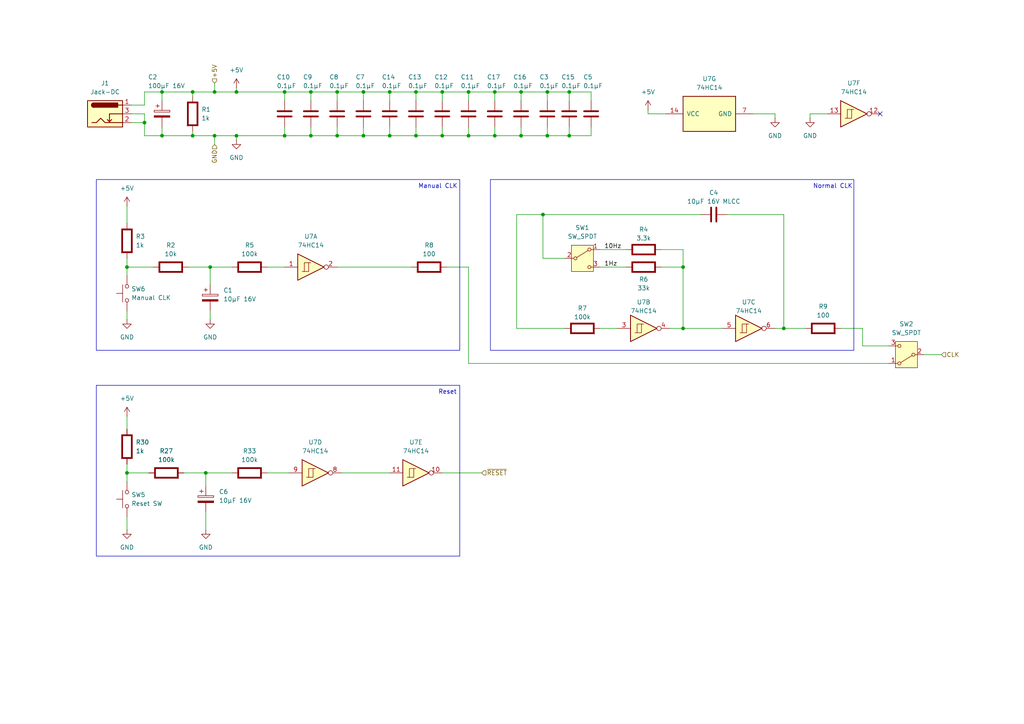
<source format=kicad_sch>
(kicad_sch (version 20231120) (generator "eeschema") (generator_version "8.0")
  (paper "A4")
  (title_block (title "TD4 PWR, CLK, RESET Diagram") (date "2024-08-14") (rev "3") (company "nikatech"))
  (lib_symbols
    (symbol "74xx:74HC14" (pin_names (offset 1.016))
      (property "Reference" "U" (at 0 1.27 0))
      (property "Value" "74HC14" (at 0 -1.27 0))
      (symbol "74HC14_1_0"
        (polyline (pts (xy -3.81 3.81) (xy -3.81 -3.81) (xy 3.81 0) (xy -3.81 3.81)) (stroke (width 0.254)) (fill (type background)))
        (pin input line (at -7.62 0 0) (length 3.81) (name "~") (number "1"))
        (pin output inverted (at 7.62 0 180) (length 3.81) (name "~") (number "2"))
      )
      (symbol "74HC14_1_1"
        (polyline (pts (xy -1.905 -1.27) (xy -1.905 1.27) (xy -0.635 1.27)))
        (polyline (pts (xy -2.54 -1.27) (xy -0.635 -1.27) (xy -0.635 1.27) (xy 0 1.27)))
      )
      (symbol "74HC14_2_0"
        (polyline (pts (xy -3.81 3.81) (xy -3.81 -3.81) (xy 3.81 0) (xy -3.81 3.81)) (stroke (width 0.254)) (fill (type background)))
        (pin input line (at -7.62 0 0) (length 3.81) (name "~") (number "3"))
        (pin output inverted (at 7.62 0 180) (length 3.81) (name "~") (number "4"))
      )
      (symbol "74HC14_2_1"
        (polyline (pts (xy -1.905 -1.27) (xy -1.905 1.27) (xy -0.635 1.27)))
        (polyline (pts (xy -2.54 -1.27) (xy -0.635 -1.27) (xy -0.635 1.27) (xy 0 1.27)))
      )
      (symbol "74HC14_3_0"
        (polyline (pts (xy -3.81 3.81) (xy -3.81 -3.81) (xy 3.81 0) (xy -3.81 3.81)) (stroke (width 0.254)) (fill (type background)))
        (pin input line (at -7.62 0 0) (length 3.81) (name "~") (number "5"))
        (pin output inverted (at 7.62 0 180) (length 3.81) (name "~") (number "6"))
      )
      (symbol "74HC14_3_1"
        (polyline (pts (xy -1.905 -1.27) (xy -1.905 1.27) (xy -0.635 1.27)))
        (polyline (pts (xy -2.54 -1.27) (xy -0.635 -1.27) (xy -0.635 1.27) (xy 0 1.27)))
      )
      (symbol "74HC14_4_0"
        (polyline (pts (xy -3.81 3.81) (xy -3.81 -3.81) (xy 3.81 0) (xy -3.81 3.81)) (stroke (width 0.254)) (fill (type background)))
        (pin output inverted (at 7.62 0 180) (length 3.81) (name "~") (number "8"))
        (pin input line (at -7.62 0 0) (length 3.81) (name "~") (number "9"))
      )
      (symbol "74HC14_4_1"
        (polyline (pts (xy -1.905 -1.27) (xy -1.905 1.27) (xy -0.635 1.27)))
        (polyline (pts (xy -2.54 -1.27) (xy -0.635 -1.27) (xy -0.635 1.27) (xy 0 1.27)))
      )
      (symbol "74HC14_5_0"
        (polyline (pts (xy -3.81 3.81) (xy -3.81 -3.81) (xy 3.81 0) (xy -3.81 3.81)) (stroke (width 0.254)) (fill (type background)))
        (pin output inverted (at 7.62 0 180) (length 3.81) (name "~") (number "10"))
        (pin input line (at -7.62 0 0) (length 3.81) (name "~") (number "11"))
      )
      (symbol "74HC14_5_1"
        (polyline (pts (xy -1.905 -1.27) (xy -1.905 1.27) (xy -0.635 1.27)))
        (polyline (pts (xy -2.54 -1.27) (xy -0.635 -1.27) (xy -0.635 1.27) (xy 0 1.27)))
      )
      (symbol "74HC14_6_0"
        (polyline (pts (xy -3.81 3.81) (xy -3.81 -3.81) (xy 3.81 0) (xy -3.81 3.81)) (stroke (width 0.254)) (fill (type background)))
        (pin output inverted (at 7.62 0 180) (length 3.81) (name "~") (number "12"))
        (pin input line (at -7.62 0 0) (length 3.81) (name "~") (number "13"))
      )
      (symbol "74HC14_6_1"
        (polyline (pts (xy -1.905 -1.27) (xy -1.905 1.27) (xy -0.635 1.27)))
        (polyline (pts (xy -2.54 -1.27) (xy -0.635 -1.27) (xy -0.635 1.27) (xy 0 1.27)))
      )
      (symbol "74HC14_7_0"
        (pin power_in line (at 0 12.7 270) (length 5.08) (name "VCC") (number "14"))
        (pin power_in line (at 0 -12.7 90) (length 5.08) (name "GND") (number "7"))
      )
      (symbol "74HC14_7_1"
        (rectangle (start -5.08 7.62) (end 5.08 -7.62) (stroke (width 0.254)) (fill (type background)))
      )
    )
    (symbol "Connector:Barrel_Jack_Switch" (pin_names hide)
      (property "Reference" "J" (at 0 5.334 0))
      (property "Value" "Barrel_Jack_Switch" (at 0 -5.08 0))
      (symbol "Barrel_Jack_Switch_0_1"
        (rectangle (start -5.08 3.81) (end 5.08 -3.81) (stroke (width 0.254)) (fill (type background)))
        (arc (start -3.302 3.175) (mid -3.9343 2.54) (end -3.302 1.905) (stroke (width 0.254)))
        (arc (start -3.302 3.175) (mid -3.9343 2.54) (end -3.302 1.905) (stroke (width 0.254)) (fill (type outline)))
        (polyline (pts (xy 1.27 -2.286) (xy 1.905 -1.651)) (stroke (width 0.254)))
        (polyline (pts (xy 5.08 2.54) (xy 3.81 2.54)) (stroke (width 0.254)))
        (polyline (pts (xy 5.08 0) (xy 1.27 0) (xy 1.27 -2.286) (xy 0.635 -1.651)) (stroke (width 0.254)))
        (polyline (pts (xy -3.81 -2.54) (xy -2.54 -2.54) (xy -1.27 -1.27) (xy 0 -2.54) (xy 2.54 -2.54) (xy 5.08 -2.54)) (stroke (width 0.254)))
        (rectangle (start 3.683 3.175) (end -3.302 1.905) (stroke (width 0.254)) (fill (type outline)))
      )
      (symbol "Barrel_Jack_Switch_1_1"
        (pin passive line (at 7.62 2.54 180) (length 2.54) (name "~") (number "1"))
        (pin passive line (at 7.62 -2.54 180) (length 2.54) (name "~") (number "2"))
        (pin passive line (at 7.62 0 180) (length 2.54) (name "~") (number "3"))
      )
    )
    (symbol "Device:C" (pin_numbers hide) (pin_names (offset 0.254))
      (property "Reference" "C" (at 0.635 2.54 0))
      (property "Value" "C" (at 0.635 -2.54 0))
      (symbol "C_0_1"
        (polyline (pts (xy -2.032 -0.762) (xy 2.032 -0.762)) (stroke (width 0.508)))
        (polyline (pts (xy -2.032 0.762) (xy 2.032 0.762)) (stroke (width 0.508)))
      )
      (symbol "C_1_1"
        (pin passive line (at 0 3.81 270) (length 2.794) (name "~") (number "1"))
        (pin passive line (at 0 -3.81 90) (length 2.794) (name "~") (number "2"))
      )
    )
    (symbol "Device:C_Polarized" (pin_numbers hide) (pin_names (offset 0.254))
      (property "Reference" "C" (at 0.635 2.54 0))
      (property "Value" "C_Polarized" (at 0.635 -2.54 0))
      (symbol "C_Polarized_0_1"
        (rectangle (start -2.286 0.508) (end 2.286 1.016))
        (polyline (pts (xy -1.778 2.286) (xy -0.762 2.286)))
        (polyline (pts (xy -1.27 2.794) (xy -1.27 1.778)))
        (rectangle (start 2.286 -0.508) (end -2.286 -1.016) (fill (type outline)))
      )
      (symbol "C_Polarized_1_1"
        (pin passive line (at 0 3.81 270) (length 2.794) (name "~") (number "1"))
        (pin passive line (at 0 -3.81 90) (length 2.794) (name "~") (number "2"))
      )
    )
    (symbol "PCM_Elektuur:R" (pin_numbers hide) (pin_names (offset 0) hide)
      (property "Reference" "R" (at 2.54 3.175 0))
      (property "Value" "R" (at 0 0 90))
      (symbol "R_1_1"
        (polyline (pts (xy -1.524 -3.429) (xy 1.524 -3.429) (xy 1.524 3.429) (xy -1.524 3.429) (xy -1.524 -3.429) (xy -1.27 -3.175) (xy -1.27 3.175) (xy 1.27 3.175) (xy 1.27 -3.175) (xy -1.27 -3.175) (xy -1.524 -3.429)) (stroke (width 0.254)) (fill (type outline)))
        (pin passive line (at 0 5.08 270) (length 1.651) (name "+") (number "1"))
        (pin passive line (at 0 -5.08 90) (length 1.651) (name "-") (number "2"))
      )
      (symbol "R_1_2"
        (polyline (pts (xy -0.508 -3.429) (xy 1.524 -3.429) (xy 1.524 3.429) (xy -0.508 3.429) (xy -0.508 3.175) (xy 1.27 3.175) (xy 1.27 -3.175) (xy -0.508 -3.175) (xy -0.508 -3.429)) (stroke (width 0.254)) (fill (type outline)))
        (pin passive line (at 0 5.08 270) (length 1.651) (name "+") (number "1"))
        (pin passive line (at 0 -5.08 90) (length 1.651) (name "-") (number "2"))
      )
      (symbol "R_1_3"
        (polyline (pts (xy 0 3.4798) (xy 0 3.2004) (xy 0.7112 2.794) (xy -1.1938 1.6764) (xy 0.7112 0.5588) (xy -1.1938 -0.5588) (xy 0.7112 -1.6764) (xy -1.1938 -2.794) (xy 0 -3.4798) (xy 0 -3.2004) (xy -0.7112 -2.794) (xy 1.1938 -1.6764) (xy -0.7112 -0.5588) (xy 1.1938 0.5588) (xy -0.7112 1.6764) (xy 1.1938 2.794) (xy 0 3.4798)) (stroke (width 0.254)) (fill (type outline)))
        (pin passive line (at 0 5.08 270) (length 1.6002) (name "+") (number "1"))
        (pin passive line (at 0 -5.08 90) (length 1.6002) (name "-") (number "2"))
      )
      (symbol "R_1_4"
        (polyline (pts (xy 0 4.5466) (xy 0 4.2672) (xy 0.0508 4.2418) (xy 1.016 3.683) (xy -1.524 2.2098) (xy 1.016 0.7366) (xy -1.524 -0.7366) (xy 1.016 -2.2098) (xy -1.524 -3.683) (xy -0.0762 -4.5212) (xy 0 -4.5466) (xy 0 -4.2672) (xy -0.0508 -4.2418) (xy -1.016 -3.683) (xy 1.524 -2.2098) (xy -1.016 -0.7366) (xy 1.524 0.7366) (xy -1.016 2.2098) (xy 1.524 3.683) (xy 0.0762 4.5212) (xy 0 4.5466)) (stroke (width 0.254)) (fill (type outline)))
        (pin passive line (at 0 5.08 270) (length 0.5334) (name "+") (number "1"))
        (pin passive line (at 0 -5.08 90) (length 0.5334) (name "-") (number "2"))
      )
    )
    (symbol "Switch:SW_Push" (pin_numbers hide) (pin_names (offset 1.016) hide)
      (property "Reference" "SW" (at 1.27 2.54 0))
      (property "Value" "SW_Push" (at 0 -1.524 0))
      (symbol "SW_Push_0_1"
        (circle (center -2.032 0) (radius 0.508))
        (polyline (pts (xy 0 1.27) (xy 0 3.048)))
        (polyline (pts (xy 2.54 1.27) (xy -2.54 1.27)))
        (circle (center 2.032 0) (radius 0.508))
        (pin passive line (at -5.08 0 0) (length 2.54) (name "1") (number "1"))
        (pin passive line (at 5.08 0 180) (length 2.54) (name "2") (number "2"))
      )
    )
    (symbol "Switch:SW_SPDT" (pin_names (offset 0) hide)
      (property "Reference" "SW" (at 0 5.08 0))
      (property "Value" "SW_SPDT" (at 0 -5.08 0))
      (symbol "SW_SPDT_0_1"
        (circle (center -2.032 0) (radius 0.4572))
        (polyline (pts (xy -1.651 0.254) (xy 1.651 2.286)))
        (circle (center 2.032 -2.54) (radius 0.4572))
        (circle (center 2.032 2.54) (radius 0.4572))
      )
      (symbol "SW_SPDT_1_1"
        (rectangle (start -3.175 3.81) (end 3.175 -3.81) (fill (type background)))
        (pin passive line (at 5.08 2.54 180) (length 2.54) (name "A") (number "1"))
        (pin passive line (at -5.08 0 0) (length 2.54) (name "B") (number "2"))
        (pin passive line (at 5.08 -2.54 180) (length 2.54) (name "C") (number "3"))
      )
    )
    (symbol "power:+5V" (power) (pin_numbers hide) (pin_names (offset 0) hide)
      (property "Value" "+5V" (at 0 3.556 0))
      (symbol "+5V_0_1"
        (polyline (pts (xy -0.762 1.27) (xy 0 2.54)))
        (polyline (pts (xy 0 0) (xy 0 2.54)))
        (polyline (pts (xy 0 2.54) (xy 0.762 1.27)))
      )
      (symbol "+5V_1_1"
        (pin power_in line (at 0 0 90) (length 0) (name "~") (number "1"))
      )
    )
    (symbol "power:GND" (power) (pin_numbers hide) (pin_names (offset 0) hide)
      (property "Value" "GND" (at 0 -3.81 0))
      (symbol "GND_0_1"
        (polyline (pts (xy 0 0) (xy 0 -1.27) (xy 1.27 -1.27) (xy 0 -2.54) (xy -1.27 -1.27) (xy 0 -1.27)))
      )
      (symbol "GND_1_1"
        (pin power_in line (at 0 0 270) (length 0) (name "~") (number "1"))
      )
    )
  )
  (junction (at 82.55 39.37))
  (junction (at 90.17 39.37))
  (junction (at 105.41 26.67))
  (junction (at 105.41 39.37))
  (junction (at 143.51 26.67))
  (junction (at 113.03 39.37))
  (junction (at 198.12 95.25))
  (junction (at 120.65 26.67))
  (junction (at 97.79 39.37))
  (junction (at 36.83 77.47))
  (junction (at 151.13 26.67))
  (junction (at 157.48 62.23))
  (junction (at 41.91 35.56))
  (junction (at 128.27 26.67))
  (junction (at 165.1 39.37))
  (junction (at 62.23 39.37))
  (junction (at 120.65 39.37))
  (junction (at 198.12 77.47))
  (junction (at 135.89 39.37))
  (junction (at 97.79 26.67))
  (junction (at 46.99 26.67))
  (junction (at 62.23 26.67))
  (junction (at 158.75 26.67))
  (junction (at 55.88 39.37))
  (junction (at 68.58 26.67))
  (junction (at 60.96 77.47))
  (junction (at 36.83 137.16))
  (junction (at 68.58 39.37))
  (junction (at 113.03 26.67))
  (junction (at 165.1 26.67))
  (junction (at 90.17 26.67))
  (junction (at 59.69 137.16))
  (junction (at 143.51 39.37))
  (junction (at 158.75 39.37))
  (junction (at 227.33 95.25))
  (junction (at 82.55 26.67))
  (junction (at 128.27 39.37))
  (junction (at 151.13 39.37))
  (junction (at 55.88 26.67))
  (junction (at 135.89 26.67))
  (junction (at 46.99 39.37))
  (no_connect (at 255.27 33.02))
  (wire (pts (xy 165.1 29.21) (xy 165.1 26.67)))
  (wire (pts (xy 129.54 77.47) (xy 135.89 77.47)))
  (wire (pts (xy 194.31 95.25) (xy 198.12 95.25)))
  (wire (pts (xy 41.91 26.67) (xy 46.99 26.67)))
  (wire (pts (xy 243.84 95.25) (xy 250.19 95.25)))
  (wire (pts (xy 240.03 33.02) (xy 234.95 33.02)))
  (wire (pts (xy 128.27 39.37) (xy 135.89 39.37)))
  (wire (pts (xy 62.23 26.67) (xy 68.58 26.67)))
  (wire (pts (xy 59.69 148.59) (xy 59.69 153.67)))
  (wire (pts (xy 36.83 77.47) (xy 44.45 77.47)))
  (wire (pts (xy 46.99 26.67) (xy 46.99 29.21)))
  (wire (pts (xy 158.75 36.83) (xy 158.75 39.37)))
  (wire (pts (xy 55.88 27.94) (xy 55.88 26.67)))
  (wire (pts (xy 158.75 29.21) (xy 158.75 26.67)))
  (wire (pts (xy 105.41 39.37) (xy 113.03 39.37)))
  (wire (pts (xy 120.65 36.83) (xy 120.65 39.37)))
  (wire (pts (xy 36.83 137.16) (xy 36.83 139.7)))
  (wire (pts (xy 36.83 134.62) (xy 36.83 137.16)))
  (wire (pts (xy 97.79 39.37) (xy 105.41 39.37)))
  (wire (pts (xy 149.86 95.25) (xy 163.83 95.25)))
  (wire (pts (xy 151.13 29.21) (xy 151.13 26.67)))
  (wire (pts (xy 135.89 105.41) (xy 257.81 105.41)))
  (wire (pts (xy 234.95 33.02) (xy 234.95 34.29)))
  (wire (pts (xy 41.91 39.37) (xy 46.99 39.37)))
  (wire (pts (xy 267.97 102.87) (xy 273.05 102.87)))
  (wire (pts (xy 128.27 36.83) (xy 128.27 39.37)))
  (wire (pts (xy 36.83 137.16) (xy 43.18 137.16)))
  (wire (pts (xy 135.89 36.83) (xy 135.89 39.37)))
  (wire (pts (xy 250.19 95.25) (xy 250.19 100.33)))
  (wire (pts (xy 158.75 26.67) (xy 165.1 26.67)))
  (wire (pts (xy 38.1 33.02) (xy 41.91 33.02)))
  (wire (pts (xy 38.1 30.48) (xy 41.91 30.48)))
  (wire (pts (xy 36.83 90.17) (xy 36.83 92.71)))
  (wire (pts (xy 82.55 36.83) (xy 82.55 39.37)))
  (wire (pts (xy 128.27 137.16) (xy 139.7 137.16)))
  (wire (pts (xy 36.83 74.93) (xy 36.83 77.47)))
  (wire (pts (xy 135.89 39.37) (xy 143.51 39.37)))
  (wire (pts (xy 224.79 33.02) (xy 224.79 34.29)))
  (wire (pts (xy 143.51 26.67) (xy 143.51 29.21)))
  (wire (pts (xy 143.51 39.37) (xy 151.13 39.37)))
  (wire (pts (xy 90.17 39.37) (xy 97.79 39.37)))
  (wire (pts (xy 187.96 33.02) (xy 193.04 33.02)))
  (wire (pts (xy 165.1 39.37) (xy 171.45 39.37)))
  (wire (pts (xy 120.65 26.67) (xy 128.27 26.67)))
  (wire (pts (xy 62.23 24.13) (xy 62.23 26.67)))
  (wire (pts (xy 198.12 72.39) (xy 198.12 77.47)))
  (wire (pts (xy 191.77 72.39) (xy 198.12 72.39)))
  (wire (pts (xy 41.91 35.56) (xy 38.1 35.56)))
  (wire (pts (xy 97.79 26.67) (xy 90.17 26.67)))
  (wire (pts (xy 173.99 72.39) (xy 181.61 72.39)))
  (wire (pts (xy 120.65 39.37) (xy 128.27 39.37)))
  (wire (pts (xy 198.12 95.25) (xy 209.55 95.25)))
  (wire (pts (xy 55.88 38.1) (xy 55.88 39.37)))
  (wire (pts (xy 82.55 29.21) (xy 82.55 26.67)))
  (wire (pts (xy 60.96 90.17) (xy 60.96 92.71)))
  (wire (pts (xy 143.51 36.83) (xy 143.51 39.37)))
  (wire (pts (xy 224.79 95.25) (xy 227.33 95.25)))
  (wire (pts (xy 46.99 26.67) (xy 55.88 26.67)))
  (wire (pts (xy 210.82 62.23) (xy 227.33 62.23)))
  (wire (pts (xy 187.96 31.75) (xy 187.96 33.02)))
  (wire (pts (xy 165.1 26.67) (xy 171.45 26.67)))
  (wire (pts (xy 62.23 39.37) (xy 68.58 39.37)))
  (wire (pts (xy 135.89 26.67) (xy 135.89 29.21)))
  (wire (pts (xy 128.27 26.67) (xy 135.89 26.67)))
  (wire (pts (xy 113.03 39.37) (xy 120.65 39.37)))
  (wire (pts (xy 135.89 77.47) (xy 135.89 105.41)))
  (wire (pts (xy 227.33 95.25) (xy 233.68 95.25)))
  (wire (pts (xy 157.48 62.23) (xy 157.48 74.93)))
  (wire (pts (xy 227.33 95.25) (xy 227.33 62.23)))
  (wire (pts (xy 163.83 74.93) (xy 157.48 74.93)))
  (wire (pts (xy 36.83 77.47) (xy 36.83 80.01)))
  (wire (pts (xy 55.88 39.37) (xy 62.23 39.37)))
  (wire (pts (xy 90.17 36.83) (xy 90.17 39.37)))
  (wire (pts (xy 128.27 26.67) (xy 128.27 29.21)))
  (wire (pts (xy 60.96 77.47) (xy 67.31 77.47)))
  (wire (pts (xy 105.41 36.83) (xy 105.41 39.37)))
  (wire (pts (xy 143.51 26.67) (xy 151.13 26.67)))
  (wire (pts (xy 218.44 33.02) (xy 224.79 33.02)))
  (wire (pts (xy 149.86 62.23) (xy 149.86 95.25)))
  (wire (pts (xy 173.99 95.25) (xy 179.07 95.25)))
  (wire (pts (xy 60.96 77.47) (xy 60.96 82.55)))
  (wire (pts (xy 171.45 29.21) (xy 171.45 26.67)))
  (wire (pts (xy 97.79 77.47) (xy 119.38 77.47)))
  (wire (pts (xy 90.17 29.21) (xy 90.17 26.67)))
  (wire (pts (xy 105.41 26.67) (xy 113.03 26.67)))
  (wire (pts (xy 120.65 26.67) (xy 120.65 29.21)))
  (wire (pts (xy 62.23 26.67) (xy 55.88 26.67)))
  (wire (pts (xy 36.83 120.65) (xy 36.83 124.46)))
  (wire (pts (xy 68.58 26.67) (xy 82.55 26.67)))
  (wire (pts (xy 99.06 137.16) (xy 113.03 137.16)))
  (wire (pts (xy 158.75 39.37) (xy 165.1 39.37)))
  (wire (pts (xy 68.58 25.4) (xy 68.58 26.67)))
  (wire (pts (xy 165.1 36.83) (xy 165.1 39.37)))
  (wire (pts (xy 68.58 39.37) (xy 68.58 40.64)))
  (wire (pts (xy 151.13 36.83) (xy 151.13 39.37)))
  (wire (pts (xy 113.03 36.83) (xy 113.03 39.37)))
  (wire (pts (xy 77.47 77.47) (xy 82.55 77.47)))
  (wire (pts (xy 113.03 26.67) (xy 113.03 29.21)))
  (wire (pts (xy 41.91 30.48) (xy 41.91 26.67)))
  (wire (pts (xy 46.99 39.37) (xy 55.88 39.37)))
  (wire (pts (xy 53.34 137.16) (xy 59.69 137.16)))
  (wire (pts (xy 157.48 62.23) (xy 149.86 62.23)))
  (wire (pts (xy 36.83 59.69) (xy 36.83 64.77)))
  (wire (pts (xy 68.58 39.37) (xy 82.55 39.37)))
  (wire (pts (xy 97.79 36.83) (xy 97.79 39.37)))
  (wire (pts (xy 135.89 26.67) (xy 143.51 26.67)))
  (wire (pts (xy 151.13 26.67) (xy 158.75 26.67)))
  (wire (pts (xy 97.79 29.21) (xy 97.79 26.67)))
  (wire (pts (xy 250.19 100.33) (xy 257.81 100.33)))
  (wire (pts (xy 198.12 95.25) (xy 198.12 77.47)))
  (wire (pts (xy 151.13 39.37) (xy 158.75 39.37)))
  (wire (pts (xy 90.17 26.67) (xy 82.55 26.67)))
  (wire (pts (xy 173.99 77.47) (xy 181.61 77.47)))
  (wire (pts (xy 41.91 35.56) (xy 41.91 39.37)))
  (wire (pts (xy 36.83 149.86) (xy 36.83 153.67)))
  (wire (pts (xy 198.12 77.47) (xy 191.77 77.47)))
  (wire (pts (xy 171.45 36.83) (xy 171.45 39.37)))
  (wire (pts (xy 41.91 33.02) (xy 41.91 35.56)))
  (wire (pts (xy 62.23 39.37) (xy 62.23 41.91)))
  (wire (pts (xy 105.41 29.21) (xy 105.41 26.67)))
  (wire (pts (xy 97.79 26.67) (xy 105.41 26.67)))
  (wire (pts (xy 113.03 26.67) (xy 120.65 26.67)))
  (wire (pts (xy 59.69 137.16) (xy 67.31 137.16)))
  (wire (pts (xy 90.17 39.37) (xy 82.55 39.37)))
  (wire (pts (xy 59.69 137.16) (xy 59.69 140.97)))
  (wire (pts (xy 46.99 39.37) (xy 46.99 36.83)))
  (wire (pts (xy 54.61 77.47) (xy 60.96 77.47)))
  (wire (pts (xy 157.48 62.23) (xy 203.2 62.23)))
  (wire (pts (xy 77.47 137.16) (xy 83.82 137.16)))
  (rectangle (start 142.24 52.07) (end 247.65 101.6))
  (rectangle (start 27.94 52.07) (end 133.35 101.6))
  (rectangle (start 27.94 111.76) (end 133.35 161.29))
  (text "Manual CLK" (at 127 54.102 0) (effects (font (size 1.27 1.27))))
  (text "Normal CLK" (at 241.554 54.102 0) (effects (font (size 1.27 1.27))))
  (text "Reset" (at 129.794 113.792 0) (effects (font (size 1.27 1.27))))
  (label "1Hz" (at 175.26 77.47 0))
  (label "10Hz" (at 175.26 72.39 0))
  (hierarchical_label "+5V" (shape input) (at 62.23 24.13 90))
  (hierarchical_label "CLK" (shape input) (at 273.05 102.87 0))
  (hierarchical_label "~{RESET}" (shape input) (at 139.7 137.16 0))
  (hierarchical_label "GND" (shape input) (at 62.23 41.91 270))
  (symbol (lib_id "Switch:SW_SPDT") (at 168.91 74.93 0) (unit 1)
    (property "Reference" "SW1" (at 168.91 66.04 0))
    (property "Value" "SW_SPDT" (at 168.91 68.58 0))
    (property "Footprint" "SS12D00G3:SS12D00G3" (effects (hide yes)))
    (property "Description" "Switch, single pole double throw" (effects (hide yes)))
  )
  (symbol (lib_id "PCM_Elektuur:R") (at 238.76 95.25 90) (unit 1)
    (property "Reference" "R9" (at 238.76 88.9 90))
    (property "Value" "100" (at 238.76 91.44 90))
    (property "Footprint" "Resistor_THT:R_Axial_DIN0207_L6.3mm_D2.5mm_P7.62mm_Horizontal" (effects (hide yes)))
    (property "Description" "resistor" (effects (hide yes)))
    (property "Indicator" "+" (effects (hide yes)))
    (property "Rating" "W" (effects (hide yes)))
    (property "備考" "家にある" (effects (hide yes)))
    (property "販売ページ" "https://akizukidenshi.com/catalog/g/g125101/ " (effects (hide yes)))
  )
  (symbol (lib_id "Device:C") (at 113.03 33.02 0) (unit 1)
    (property "Reference" "C14" (at 110.744 22.352 0) (effects (justify left)))
    (property "Value" "0.1μF" (at 110.744 24.892 0) (effects (justify left)))
    (property "Footprint" "Capacitor_THT:C_Disc_D5.0mm_W2.5mm_P2.50mm" (effects (hide yes)))
    (property "Description" "Unpolarized capacitor" (effects (hide yes)))
  )
  (symbol (lib_id "power:+5V") (at 36.83 59.69 0) (unit 1)
    (property "Reference" "#PWR042" (effects (hide yes)))
    (property "Value" "+5V" (at 36.83 54.61 0))
    (property "Description" "Power symbol creates a global label with name \"+5V\"" (effects (hide yes)))
  )
  (symbol (lib_id "Device:C_Polarized") (at 59.69 144.78 0) (unit 1)
    (property "Reference" "C6" (at 63.5 142.6209 0) (effects (justify left)))
    (property "Value" "10μF 16V" (at 63.5 145.1609 0) (effects (justify left)))
    (property "Footprint" "Capacitor_THT:CP_Radial_D4.0mm_P1.50mm" (effects (hide yes)))
    (property "Description" "Polarized capacitor" (effects (hide yes)))
  )
  (symbol (lib_id "PCM_Elektuur:R") (at 72.39 77.47 90) (unit 1)
    (property "Reference" "R5" (at 72.39 71.12 90))
    (property "Value" "100k" (at 72.39 73.66 90))
    (property "Footprint" "Resistor_THT:R_Axial_DIN0207_L6.3mm_D2.5mm_P7.62mm_Horizontal" (effects (hide yes)))
    (property "Description" "resistor" (effects (hide yes)))
    (property "Indicator" "+" (effects (hide yes)))
    (property "Rating" "W" (effects (hide yes)))
    (property "備考" "家にある" (effects (hide yes)))
    (property "販売ページ" "https://akizukidenshi.com/catalog/g/g125104/ " (effects (hide yes)))
  )
  (symbol (lib_id "power:GND") (at 36.83 92.71 0) (unit 1)
    (property "Reference" "#PWR043" (effects (hide yes)))
    (property "Value" "GND" (at 36.83 97.79 0))
    (property "Description" "Power symbol creates a global label with name \"GND\" , ground" (effects (hide yes)))
  )
  (symbol (lib_id "Device:C") (at 171.45 33.02 0) (unit 1)
    (property "Reference" "C5" (at 169.164 22.352 0) (effects (justify left)))
    (property "Value" "0.1μF" (at 169.164 24.892 0) (effects (justify left)))
    (property "Footprint" "Capacitor_THT:C_Disc_D5.0mm_W2.5mm_P2.50mm" (effects (hide yes)))
    (property "Description" "Unpolarized capacitor" (effects (hide yes)))
  )
  (symbol (lib_id "PCM_Elektuur:R") (at 55.88 33.02 0) (unit 1)
    (property "Reference" "R1" (at 58.42 31.7499 0) (effects (justify left)))
    (property "Value" "1k" (at 58.42 34.2899 0) (effects (justify left)))
    (property "Footprint" "Resistor_THT:R_Axial_DIN0207_L6.3mm_D2.5mm_P7.62mm_Horizontal" (effects (hide yes)))
    (property "Description" "resistor" (effects (hide yes)))
    (property "Indicator" "+" (effects (hide yes)))
    (property "Rating" "W" (effects (hide yes)))
    (property "備考" "家にある" (effects (hide yes)))
    (property "販売ページ" "https://akizukidenshi.com/catalog/g/g125102/ " (effects (hide yes)))
  )
  (symbol (lib_id "PCM_Elektuur:R") (at 186.69 77.47 90) (unit 1)
    (property "Reference" "R6" (at 186.69 81.026 90))
    (property "Value" "33k" (at 186.69 83.566 90))
    (property "Footprint" "Resistor_THT:R_Axial_DIN0207_L6.3mm_D2.5mm_P7.62mm_Horizontal" (effects (hide yes)))
    (property "Description" "resistor" (effects (hide yes)))
    (property "Indicator" "+" (effects (hide yes)))
    (property "Rating" "W" (effects (hide yes)))
    (property "備考" "家にある" (effects (hide yes)))
    (property "販売ページ" "https://akizukidenshi.com/catalog/g/g125333/ " (effects (hide yes)))
  )
  (symbol (lib_id "74xx:74HC14") (at 247.65 33.02 0) (unit 6)
    (property "Reference" "U7" (at 247.65 24.13 0))
    (property "Value" "74HC14" (at 247.65 26.67 0))
    (property "Footprint" "Package_DIP:DIP-14_W7.62mm_Socket" (effects (hide yes)))
    (property "Datasheet" "http://www.ti.com/lit/gpn/sn74HC14" (effects (hide yes)))
    (property "Description" "Hex inverter schmitt trigger" (effects (hide yes)))
  )
  (symbol (lib_id "74xx:74HC14") (at 205.74 33.02 90) (unit 7)
    (property "Reference" "U7" (at 205.74 22.86 90))
    (property "Value" "74HC14" (at 205.74 25.4 90))
    (property "Footprint" "Package_DIP:DIP-14_W7.62mm_Socket" (effects (hide yes)))
    (property "Datasheet" "http://www.ti.com/lit/gpn/sn74HC14" (effects (hide yes)))
    (property "Description" "Hex inverter schmitt trigger" (effects (hide yes)))
  )
  (symbol (lib_id "PCM_Elektuur:R") (at 72.39 137.16 90) (unit 1)
    (property "Reference" "R33" (at 72.39 130.81 90))
    (property "Value" "100k" (at 72.39 133.35 90))
    (property "Footprint" "Resistor_THT:R_Axial_DIN0207_L6.3mm_D2.5mm_P7.62mm_Horizontal" (effects (hide yes)))
    (property "Description" "resistor" (effects (hide yes)))
    (property "Indicator" "+" (effects (hide yes)))
    (property "Rating" "W" (effects (hide yes)))
    (property "備考" "家にある" (effects (hide yes)))
    (property "販売ページ" "https://akizukidenshi.com/catalog/g/g125104/ " (effects (hide yes)))
  )
  (symbol (lib_id "74xx:74HC14") (at 90.17 77.47 0) (unit 1)
    (property "Reference" "U7" (at 90.17 68.58 0))
    (property "Value" "74HC14" (at 90.17 71.12 0))
    (property "Footprint" "Package_DIP:DIP-14_W7.62mm_Socket" (effects (hide yes)))
    (property "Datasheet" "http://www.ti.com/lit/gpn/sn74HC14" (effects (hide yes)))
    (property "Description" "Hex inverter schmitt trigger" (effects (hide yes)))
  )
  (symbol (lib_id "Device:C") (at 105.41 33.02 0) (unit 1)
    (property "Reference" "C7" (at 103.124 22.352 0) (effects (justify left)))
    (property "Value" "0.1μF" (at 103.124 24.892 0) (effects (justify left)))
    (property "Footprint" "Capacitor_THT:C_Disc_D5.0mm_W2.5mm_P2.50mm" (effects (hide yes)))
    (property "Description" "Unpolarized capacitor" (effects (hide yes)))
  )
  (symbol (lib_id "Device:C") (at 90.17 33.02 0) (unit 1)
    (property "Reference" "C9" (at 87.884 22.352 0) (effects (justify left)))
    (property "Value" "0.1μF" (at 87.884 24.892 0) (effects (justify left)))
    (property "Footprint" "Capacitor_THT:C_Disc_D5.0mm_W2.5mm_P2.50mm" (effects (hide yes)))
    (property "Description" "Unpolarized capacitor" (effects (hide yes)))
  )
  (symbol (lib_id "power:+5V") (at 36.83 120.65 0) (unit 1)
    (property "Reference" "#PWR045" (effects (hide yes)))
    (property "Value" "+5V" (at 36.83 115.57 0))
    (property "Description" "Power symbol creates a global label with name \"+5V\"" (effects (hide yes)))
  )
  (symbol (lib_id "74xx:74HC14") (at 120.65 137.16 0) (unit 5)
    (property "Reference" "U7" (at 120.65 128.27 0))
    (property "Value" "74HC14" (at 120.65 130.81 0))
    (property "Footprint" "Package_DIP:DIP-14_W7.62mm_Socket" (effects (hide yes)))
    (property "Datasheet" "http://www.ti.com/lit/gpn/sn74HC14" (effects (hide yes)))
    (property "Description" "Hex inverter schmitt trigger" (effects (hide yes)))
  )
  (symbol (lib_id "Device:C") (at 165.1 33.02 0) (unit 1)
    (property "Reference" "C15" (at 162.814 22.352 0) (effects (justify left)))
    (property "Value" "0.1μF" (at 162.814 24.892 0) (effects (justify left)))
    (property "Footprint" "Capacitor_THT:C_Disc_D5.0mm_W2.5mm_P2.50mm" (effects (hide yes)))
    (property "Description" "Unpolarized capacitor" (effects (hide yes)))
  )
  (symbol (lib_id "Device:C") (at 158.75 33.02 0) (unit 1)
    (property "Reference" "C3" (at 156.464 22.352 0) (effects (justify left)))
    (property "Value" "0.1μF" (at 156.464 24.892 0) (effects (justify left)))
    (property "Footprint" "Capacitor_THT:C_Disc_D5.0mm_W2.5mm_P2.50mm" (effects (hide yes)))
    (property "Description" "Unpolarized capacitor" (effects (hide yes)))
  )
  (symbol (lib_id "Switch:SW_SPDT") (at 262.89 102.87 180) (unit 1)
    (property "Reference" "SW2" (at 262.89 93.98 0))
    (property "Value" "SW_SPDT" (at 262.89 96.52 0))
    (property "Footprint" "SS12D00G3:SS12D00G3" (effects (hide yes)))
    (property "Description" "Switch, single pole double throw" (effects (hide yes)))
  )
  (symbol (lib_id "PCM_Elektuur:R") (at 48.26 137.16 90) (unit 1)
    (property "Reference" "R27" (at 48.26 130.81 90))
    (property "Value" "100k" (at 48.26 133.35 90))
    (property "Footprint" "Resistor_THT:R_Axial_DIN0207_L6.3mm_D2.5mm_P7.62mm_Horizontal" (effects (hide yes)))
    (property "Description" "resistor" (effects (hide yes)))
    (property "Indicator" "+" (effects (hide yes)))
    (property "Rating" "W" (effects (hide yes)))
    (property "備考" "家にある" (effects (hide yes)))
    (property "販売ページ" "https://akizukidenshi.com/catalog/g/g125104/ " (effects (hide yes)))
  )
  (symbol (lib_id "PCM_Elektuur:R") (at 36.83 69.85 0) (unit 1)
    (property "Reference" "R3" (at 39.37 68.5799 0) (effects (justify left)))
    (property "Value" "1k" (at 39.37 71.1199 0) (effects (justify left)))
    (property "Footprint" "Resistor_THT:R_Axial_DIN0207_L6.3mm_D2.5mm_P7.62mm_Horizontal" (effects (hide yes)))
    (property "Description" "resistor" (effects (hide yes)))
    (property "Indicator" "+" (effects (hide yes)))
    (property "Rating" "W" (effects (hide yes)))
    (property "備考" "家にある" (effects (hide yes)))
    (property "販売ページ" "https://akizukidenshi.com/catalog/g/g125102/ " (effects (hide yes)))
  )
  (symbol (lib_id "Device:C") (at 135.89 33.02 0) (unit 1)
    (property "Reference" "C11" (at 133.604 22.352 0) (effects (justify left)))
    (property "Value" "0.1μF" (at 133.604 24.892 0) (effects (justify left)))
    (property "Footprint" "Capacitor_THT:C_Disc_D5.0mm_W2.5mm_P2.50mm" (effects (hide yes)))
    (property "Description" "Unpolarized capacitor" (effects (hide yes)))
  )
  (symbol (lib_id "power:+5V") (at 187.96 31.75 0) (unit 1)
    (property "Reference" "#PWR038" (effects (hide yes)))
    (property "Value" "+5V" (at 187.96 26.67 0))
    (property "Description" "Power symbol creates a global label with name \"+5V\"" (effects (hide yes)))
  )
  (symbol (lib_id "Device:C_Polarized") (at 60.96 86.36 0) (unit 1)
    (property "Reference" "C1" (at 64.77 84.2009 0) (effects (justify left)))
    (property "Value" "10μF 16V" (at 64.77 86.7409 0) (effects (justify left)))
    (property "Footprint" "Capacitor_THT:CP_Radial_D4.0mm_P1.50mm" (effects (hide yes)))
    (property "Description" "Polarized capacitor" (effects (hide yes)))
  )
  (symbol (lib_id "Device:C") (at 151.13 33.02 0) (unit 1)
    (property "Reference" "C16" (at 148.844 22.352 0) (effects (justify left)))
    (property "Value" "0.1μF" (at 148.844 24.892 0) (effects (justify left)))
    (property "Footprint" "Capacitor_THT:C_Disc_D5.0mm_W2.5mm_P2.50mm" (effects (hide yes)))
    (property "Description" "Unpolarized capacitor" (effects (hide yes)))
  )
  (symbol (lib_id "Connector:Barrel_Jack_Switch") (at 30.48 33.02 0) (unit 1)
    (property "Reference" "J1" (at 30.48 24.13 0))
    (property "Value" "Jack-DC" (at 30.48 26.67 0))
    (property "Footprint" "Connector_BarrelJack:BarrelJack_GCT_DCJ200-10-A_Horizontal" (effects (hide yes)))
    (property "Description" "DC Barrel Jack with an internal switch" (effects (hide yes)))
    (property "備考" "内径2.1mm 基板にもいけるやつ " (effects (hide yes)))
    (property "販売ページ" "https://akizukidenshi.com/catalog/g/g105148/ " (effects (hide yes)))
  )
  (symbol (lib_id "power:GND") (at 68.58 40.64 0) (unit 1)
    (property "Reference" "#PWR041" (effects (hide yes)))
    (property "Value" "GND" (at 68.58 45.72 0))
    (property "Description" "Power symbol creates a global label with name \"GND\" , ground" (effects (hide yes)))
  )
  (symbol (lib_id "Device:C") (at 128.27 33.02 0) (unit 1)
    (property "Reference" "C12" (at 125.984 22.352 0) (effects (justify left)))
    (property "Value" "0.1μF" (at 125.984 24.892 0) (effects (justify left)))
    (property "Footprint" "Capacitor_THT:C_Disc_D5.0mm_W2.5mm_P2.50mm" (effects (hide yes)))
    (property "Description" "Unpolarized capacitor" (effects (hide yes)))
  )
  (symbol (lib_id "PCM_Elektuur:R") (at 124.46 77.47 90) (unit 1)
    (property "Reference" "R8" (at 124.46 71.12 90))
    (property "Value" "100" (at 124.46 73.66 90))
    (property "Footprint" "Resistor_THT:R_Axial_DIN0207_L6.3mm_D2.5mm_P7.62mm_Horizontal" (effects (hide yes)))
    (property "Description" "resistor" (effects (hide yes)))
    (property "Indicator" "+" (effects (hide yes)))
    (property "Rating" "W" (effects (hide yes)))
    (property "備考" "家にある" (effects (hide yes)))
    (property "販売ページ" "https://akizukidenshi.com/catalog/g/g125101/ " (effects (hide yes)))
  )
  (symbol (lib_id "Device:C") (at 82.55 33.02 0) (unit 1)
    (property "Reference" "C10" (at 80.264 22.352 0) (effects (justify left)))
    (property "Value" "0.1μF" (at 80.264 24.892 0) (effects (justify left)))
    (property "Footprint" "Capacitor_THT:C_Disc_D5.0mm_W2.5mm_P2.50mm" (effects (hide yes)))
    (property "Description" "Unpolarized capacitor" (effects (hide yes)))
  )
  (symbol (lib_id "74xx:74HC14") (at 91.44 137.16 0) (unit 4)
    (property "Reference" "U7" (at 91.44 128.27 0))
    (property "Value" "74HC14" (at 91.44 130.81 0))
    (property "Footprint" "Package_DIP:DIP-14_W7.62mm_Socket" (effects (hide yes)))
    (property "Datasheet" "http://www.ti.com/lit/gpn/sn74HC14" (effects (hide yes)))
    (property "Description" "Hex inverter schmitt trigger" (effects (hide yes)))
  )
  (symbol (lib_id "power:+5V") (at 68.58 25.4 0) (unit 1)
    (property "Reference" "#PWR037" (effects (hide yes)))
    (property "Value" "+5V" (at 68.58 20.32 0))
    (property "Description" "Power symbol creates a global label with name \"+5V\"" (effects (hide yes)))
  )
  (symbol (lib_id "PCM_Elektuur:R") (at 168.91 95.25 90) (unit 1)
    (property "Reference" "R7" (at 168.91 89.408 90))
    (property "Value" "100k" (at 168.91 91.948 90))
    (property "Footprint" "Resistor_THT:R_Axial_DIN0207_L6.3mm_D2.5mm_P7.62mm_Horizontal" (effects (hide yes)))
    (property "Description" "resistor" (effects (hide yes)))
    (property "Indicator" "+" (effects (hide yes)))
    (property "Rating" "W" (effects (hide yes)))
    (property "備考" "家にある" (effects (hide yes)))
    (property "販売ページ" "https://akizukidenshi.com/catalog/g/g125104/ " (effects (hide yes)))
  )
  (symbol (lib_id "Device:C_Polarized") (at 46.99 33.02 0) (unit 1)
    (property "Reference" "C2" (at 42.926 22.352 0) (effects (justify left)))
    (property "Value" "100μF 16V" (at 42.926 24.892 0) (effects (justify left)))
    (property "Footprint" "Capacitor_THT:CP_Radial_D6.3mm_P2.50mm" (effects (hide yes)))
    (property "Description" "Polarized capacitor" (effects (hide yes)))
  )
  (symbol (lib_id "power:GND") (at 36.83 153.67 0) (unit 1)
    (property "Reference" "#PWR046" (effects (hide yes)))
    (property "Value" "GND" (at 36.83 158.75 0))
    (property "Description" "Power symbol creates a global label with name \"GND\" , ground" (effects (hide yes)))
  )
  (symbol (lib_id "PCM_Elektuur:R") (at 49.53 77.47 90) (unit 1)
    (property "Reference" "R2" (at 49.53 71.12 90))
    (property "Value" "10k" (at 49.53 73.66 90))
    (property "Footprint" "Resistor_THT:R_Axial_DIN0207_L6.3mm_D2.5mm_P7.62mm_Horizontal" (effects (hide yes)))
    (property "Description" "resistor" (effects (hide yes)))
    (property "Indicator" "+" (effects (hide yes)))
    (property "Rating" "W" (effects (hide yes)))
    (property "備考" "家にある" (effects (hide yes)))
    (property "販売ページ" "https://akizukidenshi.com/catalog/g/g125103/ " (effects (hide yes)))
  )
  (symbol (lib_id "PCM_Elektuur:R") (at 186.69 72.39 90) (unit 1)
    (property "Reference" "R4" (at 186.69 66.548 90))
    (property "Value" "3.3k" (at 186.69 69.088 90))
    (property "Footprint" "Resistor_THT:R_Axial_DIN0207_L6.3mm_D2.5mm_P7.62mm_Horizontal" (effects (hide yes)))
    (property "Description" "resistor" (effects (hide yes)))
    (property "Indicator" "+" (effects (hide yes)))
    (property "Rating" "W" (effects (hide yes)))
    (property "備考" "購入必須" (effects (hide yes)))
    (property "販売ページ" "https://akizukidenshi.com/catalog/g/g125332/ " (effects (hide yes)))
  )
  (symbol (lib_id "Device:C") (at 120.65 33.02 0) (unit 1)
    (property "Reference" "C13" (at 118.364 22.352 0) (effects (justify left)))
    (property "Value" "0.1μF" (at 118.364 24.892 0) (effects (justify left)))
    (property "Footprint" "Capacitor_THT:C_Disc_D5.0mm_W2.5mm_P2.50mm" (effects (hide yes)))
    (property "Description" "Unpolarized capacitor" (effects (hide yes)))
  )
  (symbol (lib_id "power:GND") (at 59.69 153.67 0) (unit 1)
    (property "Reference" "#PWR047" (effects (hide yes)))
    (property "Value" "GND" (at 59.69 158.75 0))
    (property "Description" "Power symbol creates a global label with name \"GND\" , ground" (effects (hide yes)))
  )
  (symbol (lib_id "power:GND") (at 234.95 34.29 0) (unit 1)
    (property "Reference" "#PWR040" (effects (hide yes)))
    (property "Value" "GND" (at 234.95 39.37 0))
    (property "Description" "Power symbol creates a global label with name \"GND\" , ground" (effects (hide yes)))
  )
  (symbol (lib_id "Switch:SW_Push") (at 36.83 85.09 90) (unit 1)
    (property "Reference" "SW6" (at 38.1 83.8199 90) (effects (justify right)))
    (property "Value" "Manual CLK" (at 38.1 86.3599 90) (effects (justify right)))
    (property "Footprint" "Button_Switch_THT:SW_PUSH-12mm_Wuerth-430476085716" (effects (hide yes)))
    (property "Description" "Push button switch, generic, two pins" (effects (hide yes)))
  )
  (symbol (lib_id "Device:C") (at 143.51 33.02 0) (unit 1)
    (property "Reference" "C17" (at 141.224 22.352 0) (effects (justify left)))
    (property "Value" "0.1μF" (at 141.224 24.892 0) (effects (justify left)))
    (property "Footprint" "Capacitor_THT:C_Disc_D5.0mm_W2.5mm_P2.50mm" (effects (hide yes)))
    (property "Description" "Unpolarized capacitor" (effects (hide yes)))
  )
  (symbol (lib_id "74xx:74HC14") (at 186.69 95.25 0) (unit 2)
    (property "Reference" "U7" (at 186.69 87.63 0))
    (property "Value" "74HC14" (at 186.69 90.17 0))
    (property "Footprint" "Package_DIP:DIP-14_W7.62mm_Socket" (effects (hide yes)))
    (property "Datasheet" "http://www.ti.com/lit/gpn/sn74HC14" (effects (hide yes)))
    (property "Description" "Hex inverter schmitt trigger" (effects (hide yes)))
  )
  (symbol (lib_id "PCM_Elektuur:R") (at 36.83 129.54 0) (unit 1)
    (property "Reference" "R30" (at 39.37 128.2699 0) (effects (justify left)))
    (property "Value" "1k" (at 39.37 130.8099 0) (effects (justify left)))
    (property "Footprint" "Resistor_THT:R_Axial_DIN0207_L6.3mm_D2.5mm_P7.62mm_Horizontal" (effects (hide yes)))
    (property "Description" "resistor" (effects (hide yes)))
    (property "Indicator" "+" (effects (hide yes)))
    (property "Rating" "W" (effects (hide yes)))
    (property "備考" "家にある" (effects (hide yes)))
    (property "販売ページ" "https://akizukidenshi.com/catalog/g/g125102/ " (effects (hide yes)))
  )
  (symbol (lib_id "power:GND") (at 60.96 92.71 0) (unit 1)
    (property "Reference" "#PWR044" (effects (hide yes)))
    (property "Value" "GND" (at 60.96 97.79 0))
    (property "Description" "Power symbol creates a global label with name \"GND\" , ground" (effects (hide yes)))
  )
  (symbol (lib_id "power:GND") (at 224.79 34.29 0) (unit 1)
    (property "Reference" "#PWR039" (effects (hide yes)))
    (property "Value" "GND" (at 224.79 39.37 0))
    (property "Description" "Power symbol creates a global label with name \"GND\" , ground" (effects (hide yes)))
  )
  (symbol (lib_id "74xx:74HC14") (at 217.17 95.25 0) (unit 3)
    (property "Reference" "U7" (at 217.17 87.63 0))
    (property "Value" "74HC14" (at 217.17 90.17 0))
    (property "Footprint" "Package_DIP:DIP-14_W7.62mm_Socket" (effects (hide yes)))
    (property "Datasheet" "http://www.ti.com/lit/gpn/sn74HC14" (effects (hide yes)))
    (property "Description" "Hex inverter schmitt trigger" (effects (hide yes)))
  )
  (symbol (lib_id "Switch:SW_Push") (at 36.83 144.78 90) (unit 1)
    (property "Reference" "SW5" (at 38.1 143.5099 90) (effects (justify right)))
    (property "Value" "Reset SW" (at 38.1 146.0499 90) (effects (justify right)))
    (property "Footprint" "Button_Switch_THT:SW_PUSH-12mm_Wuerth-430476085716" (effects (hide yes)))
    (property "Description" "Push button switch, generic, two pins" (effects (hide yes)))
  )
  (symbol (lib_id "Device:C") (at 207.01 62.23 90) (unit 1)
    (property "Reference" "C4" (at 207.01 55.88 90))
    (property "Value" "10μF 16V MLCC" (at 207.01 58.42 90))
    (property "Footprint" "Capacitor_THT:C_Disc_D6.0mm_W2.5mm_P5.00mm" (effects (hide yes)))
    (property "Description" "Unpolarized capacitor" (effects (hide yes)))
  )
  (symbol (lib_id "Device:C") (at 97.79 33.02 0) (unit 1)
    (property "Reference" "C8" (at 95.504 22.352 0) (effects (justify left)))
    (property "Value" "0.1μF" (at 95.504 24.892 0) (effects (justify left)))
    (property "Footprint" "Capacitor_THT:C_Disc_D5.0mm_W2.5mm_P2.50mm" (effects (hide yes)))
    (property "Description" "Unpolarized capacitor" (effects (hide yes)))
  )
)
</source>
